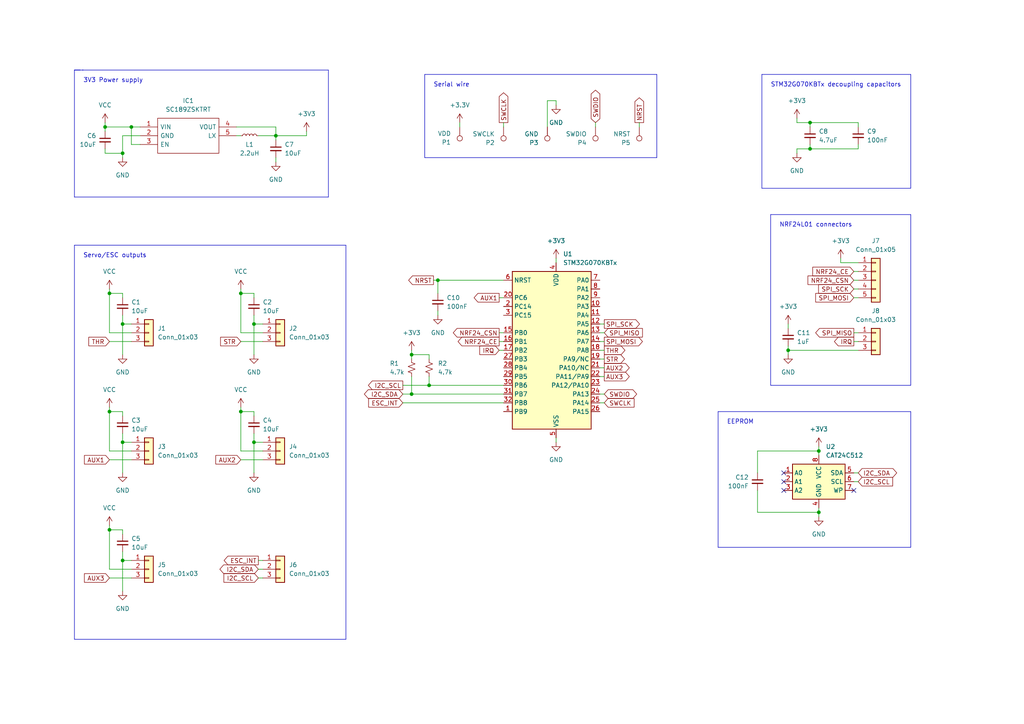
<source format=kicad_sch>
(kicad_sch (version 20211123) (generator eeschema)
  (paper "A4")
  (title_block (title "SurfaceRx") (date "2023-01-12"))
  (lib_symbols
    (symbol "+3V3_1" (power) (pin_names (offset 0))
      (property "Value" "+3V3_1" (at 0 3.556 0))
      (symbol "+3V3_1_0_1"
        (polyline (pts (xy -0.762 1.27) (xy 0 2.54)))
        (polyline (pts (xy 0 0) (xy 0 2.54)))
        (polyline (pts (xy 0 2.54) (xy 0.762 1.27)))
      )
      (symbol "+3V3_1_1_1"
        (pin power_in line (at 0 0 90) (length 0) hide (name "+3V3") (number "1"))
      )
    )
    (symbol "+3V3_2" (power) (pin_names (offset 0))
      (property "Value" "+3V3_2" (at 0 3.556 0))
      (symbol "+3V3_2_0_1"
        (polyline (pts (xy -0.762 1.27) (xy 0 2.54)))
        (polyline (pts (xy 0 0) (xy 0 2.54)))
        (polyline (pts (xy 0 2.54) (xy 0.762 1.27)))
      )
      (symbol "+3V3_2_1_1"
        (pin power_in line (at 0 0 90) (length 0) hide (name "+3V3") (number "1"))
      )
    )
    (symbol "Connector:TestPoint" (pin_numbers hide) (pin_names (offset 0.762) hide)
      (property "Reference" "TP" (at 0 6.858 0))
      (property "Value" "TestPoint" (at 0 5.08 0))
      (symbol "TestPoint_0_1"
        (circle (center 0 3.302) (radius 0.762))
      )
      (symbol "TestPoint_1_1"
        (pin passive line (at 0 0 90) (length 2.54) (name "1") (number "1"))
      )
    )
    (symbol "Connector_Generic:Conn_01x03" (pin_names (offset 1.016) hide)
      (property "Reference" "J" (at 0 5.08 0))
      (property "Value" "Conn_01x03" (at 0 -5.08 0))
      (symbol "Conn_01x03_1_1"
        (rectangle (start -1.27 -2.413) (end 0 -2.667) (stroke (width 0.1524)))
        (rectangle (start -1.27 0.127) (end 0 -0.127) (stroke (width 0.1524)))
        (rectangle (start -1.27 2.667) (end 0 2.413) (stroke (width 0.1524)))
        (rectangle (start -1.27 3.81) (end 1.27 -3.81) (stroke (width 0.254)) (fill (type background)))
        (pin passive line (at -5.08 2.54 0) (length 3.81) (name "Pin_1") (number "1"))
        (pin passive line (at -5.08 0 0) (length 3.81) (name "Pin_2") (number "2"))
        (pin passive line (at -5.08 -2.54 0) (length 3.81) (name "Pin_3") (number "3"))
      )
    )
    (symbol "Connector_Generic:Conn_01x05" (pin_names (offset 1.016) hide)
      (property "Reference" "J" (at 0 7.62 0))
      (property "Value" "Conn_01x05" (at 0 -7.62 0))
      (symbol "Conn_01x05_1_1"
        (rectangle (start -1.27 -4.953) (end 0 -5.207) (stroke (width 0.1524)))
        (rectangle (start -1.27 -2.413) (end 0 -2.667) (stroke (width 0.1524)))
        (rectangle (start -1.27 0.127) (end 0 -0.127) (stroke (width 0.1524)))
        (rectangle (start -1.27 2.667) (end 0 2.413) (stroke (width 0.1524)))
        (rectangle (start -1.27 5.207) (end 0 4.953) (stroke (width 0.1524)))
        (rectangle (start -1.27 6.35) (end 1.27 -6.35) (stroke (width 0.254)) (fill (type background)))
        (pin passive line (at -5.08 5.08 0) (length 3.81) (name "Pin_1") (number "1"))
        (pin passive line (at -5.08 2.54 0) (length 3.81) (name "Pin_2") (number "2"))
        (pin passive line (at -5.08 0 0) (length 3.81) (name "Pin_3") (number "3"))
        (pin passive line (at -5.08 -2.54 0) (length 3.81) (name "Pin_4") (number "4"))
        (pin passive line (at -5.08 -5.08 0) (length 3.81) (name "Pin_5") (number "5"))
      )
    )
    (symbol "Custom_SurfaceRx:CAT24C512"
      (property "Reference" "U" (at -6.35 6.35 0))
      (property "Value" "CAT24C512" (at 1.27 6.35 0))
      (symbol "CAT24C512_1_1"
        (rectangle (start -7.62 5.08) (end 7.62 -5.08) (stroke (width 0.254)) (fill (type background)))
        (pin input line (at -10.16 2.54 0) (length 2.54) (name "A0") (number "1"))
        (pin input line (at -10.16 0 0) (length 2.54) (name "A1") (number "2"))
        (pin input line (at -10.16 -2.54 0) (length 2.54) (name "A2") (number "3"))
        (pin power_in line (at 0 -7.62 90) (length 2.54) (name "GND") (number "4"))
        (pin bidirectional line (at 10.16 2.54 180) (length 2.54) (name "SDA") (number "5"))
        (pin input line (at 10.16 0 180) (length 2.54) (name "SCL") (number "6"))
        (pin input line (at 10.16 -2.54 180) (length 2.54) (name "WP") (number "7"))
        (pin power_in line (at 0 7.62 270) (length 2.54) (name "VCC") (number "8"))
      )
    )
    (symbol "Device:C_Small" (pin_numbers hide) (pin_names (offset 0.254) hide)
      (property "Reference" "C" (at 0.254 1.778 0))
      (property "Value" "C_Small" (at 0.254 -2.032 0))
      (symbol "C_Small_0_1"
        (polyline (pts (xy -1.524 -0.508) (xy 1.524 -0.508)) (stroke (width 0.3302)))
        (polyline (pts (xy -1.524 0.508) (xy 1.524 0.508)) (stroke (width 0.3048)))
      )
      (symbol "C_Small_1_1"
        (pin passive line (at 0 2.54 270) (length 2.032) (name "~") (number "1"))
        (pin passive line (at 0 -2.54 90) (length 2.032) (name "~") (number "2"))
      )
    )
    (symbol "Device:L_Small" (pin_numbers hide) (pin_names (offset 0.254) hide)
      (property "Reference" "L" (at 0.762 1.016 0))
      (property "Value" "L_Small" (at 0.762 -1.016 0))
      (symbol "L_Small_0_1"
        (arc (start 0 -2.032) (mid 0.508 -1.524) (end 0 -1.016))
        (arc (start 0 -1.016) (mid 0.508 -0.508) (end 0 0))
        (arc (start 0 0) (mid 0.508 0.508) (end 0 1.016))
        (arc (start 0 1.016) (mid 0.508 1.524) (end 0 2.032))
      )
      (symbol "L_Small_1_1"
        (pin passive line (at 0 2.54 270) (length 0.508) (name "~") (number "1"))
        (pin passive line (at 0 -2.54 90) (length 0.508) (name "~") (number "2"))
      )
    )
    (symbol "Device:R_Small_US" (pin_numbers hide) (pin_names (offset 0.254) hide)
      (property "Reference" "R" (at 0.762 0.508 0))
      (property "Value" "R_Small_US" (at 0.762 -1.016 0))
      (symbol "R_Small_US_1_1"
        (polyline (pts (xy 0 0) (xy 1.016 -0.381) (xy 0 -0.762) (xy -1.016 -1.143) (xy 0 -1.524)))
        (polyline (pts (xy 0 1.524) (xy 1.016 1.143) (xy 0 0.762) (xy -1.016 0.381) (xy 0 0)))
        (pin passive line (at 0 2.54 270) (length 1.016) (name "~") (number "1"))
        (pin passive line (at 0 -2.54 90) (length 1.016) (name "~") (number "2"))
      )
    )
    (symbol "GND_1" (power) (pin_names (offset 0))
      (property "Value" "GND_1" (at 0 -3.81 0))
      (symbol "GND_1_0_1"
        (polyline (pts (xy 0 0) (xy 0 -1.27) (xy 1.27 -1.27) (xy 0 -2.54) (xy -1.27 -1.27) (xy 0 -1.27)))
      )
      (symbol "GND_1_1_1"
        (pin power_in line (at 0 0 270) (length 0) hide (name "GND") (number "1"))
      )
    )
    (symbol "MCU_ST_STM32G0:STM32G070KBTx"
      (property "Reference" "U" (at -10.16 24.13 0))
      (property "Value" "STM32G070KBTx" (at 5.08 24.13 0))
      (symbol "STM32G070KBTx_0_1"
        (rectangle (start -10.16 -22.86) (end 12.7 22.86) (stroke (width 0.254)) (fill (type background)))
      )
      (symbol "STM32G070KBTx_1_1"
        (pin bidirectional line (at -12.7 -17.78 0) (length 2.54) (name "PB9") (number "1"))
        (pin bidirectional line (at 15.24 12.7 180) (length 2.54) (name "PA3") (number "10"))
        (pin bidirectional line (at 15.24 10.16 180) (length 2.54) (name "PA4") (number "11"))
        (pin bidirectional line (at 15.24 7.62 180) (length 2.54) (name "PA5") (number "12"))
        (pin bidirectional line (at 15.24 5.08 180) (length 2.54) (name "PA6") (number "13"))
        (pin bidirectional line (at 15.24 2.54 180) (length 2.54) (name "PA7") (number "14"))
        (pin bidirectional line (at -12.7 5.08 0) (length 2.54) (name "PB0") (number "15"))
        (pin bidirectional line (at -12.7 2.54 0) (length 2.54) (name "PB1") (number "16"))
        (pin bidirectional line (at -12.7 0 0) (length 2.54) (name "PB2") (number "17"))
        (pin bidirectional line (at 15.24 0 180) (length 2.54) (name "PA8") (number "18"))
        (pin bidirectional line (at 15.24 -2.54 180) (length 2.54) (name "PA9/NC") (number "19"))
        (pin bidirectional line (at -12.7 12.7 0) (length 2.54) (name "PC14") (number "2"))
        (pin bidirectional line (at -12.7 15.24 0) (length 2.54) (name "PC6") (number "20"))
        (pin bidirectional line (at 15.24 -5.08 180) (length 2.54) (name "PA10/NC") (number "21"))
        (pin bidirectional line (at 15.24 -7.62 180) (length 2.54) (name "PA11/PA9") (number "22"))
        (pin bidirectional line (at 15.24 -10.16 180) (length 2.54) (name "PA12/PA10") (number "23"))
        (pin bidirectional line (at 15.24 -12.7 180) (length 2.54) (name "PA13") (number "24"))
        (pin bidirectional line (at 15.24 -15.24 180) (length 2.54) (name "PA14") (number "25"))
        (pin bidirectional line (at 15.24 -17.78 180) (length 2.54) (name "PA15") (number "26"))
        (pin bidirectional line (at -12.7 -2.54 0) (length 2.54) (name "PB3") (number "27"))
        (pin bidirectional line (at -12.7 -5.08 0) (length 2.54) (name "PB4") (number "28"))
        (pin bidirectional line (at -12.7 -7.62 0) (length 2.54) (name "PB5") (number "29"))
        (pin bidirectional line (at -12.7 10.16 0) (length 2.54) (name "PC15") (number "3"))
        (pin bidirectional line (at -12.7 -10.16 0) (length 2.54) (name "PB6") (number "30"))
        (pin bidirectional line (at -12.7 -12.7 0) (length 2.54) (name "PB7") (number "31"))
        (pin bidirectional line (at -12.7 -15.24 0) (length 2.54) (name "PB8") (number "32"))
        (pin power_in line (at 2.54 25.4 270) (length 2.54) (name "VDD") (number "4"))
        (pin power_in line (at 2.54 -25.4 90) (length 2.54) (name "VSS") (number "5"))
        (pin input line (at -12.7 20.32 0) (length 2.54) (name "NRST") (number "6"))
        (pin bidirectional line (at 15.24 20.32 180) (length 2.54) (name "PA0") (number "7"))
        (pin bidirectional line (at 15.24 17.78 180) (length 2.54) (name "PA1") (number "8"))
        (pin bidirectional line (at 15.24 15.24 180) (length 2.54) (name "PA2") (number "9"))
      )
    )
    (symbol "SamacSys_Parts:SC189ZSKTRT" (pin_names (offset 0.762))
      (property "Reference" "IC" (at 24.13 7.62 0))
      (property "Value" "SC189ZSKTRT" (at 24.13 5.08 0))
      (symbol "SC189ZSKTRT_0_0"
        (pin passive line (at 0 0 0) (length 5.08) (name "VIN") (number "1"))
        (pin passive line (at 0 -2.54 0) (length 5.08) (name "GND") (number "2"))
        (pin passive line (at 0 -5.08 0) (length 5.08) (name "EN") (number "3"))
        (pin passive line (at 27.94 0 180) (length 5.08) (name "VOUT") (number "4"))
        (pin passive line (at 27.94 -2.54 180) (length 5.08) (name "LX") (number "5"))
      )
      (symbol "SC189ZSKTRT_0_1"
        (polyline (pts (xy 5.08 2.54) (xy 22.86 2.54) (xy 22.86 -7.62) (xy 5.08 -7.62) (xy 5.08 2.54)) (stroke (width 0.1524)))
      )
    )
    (symbol "power:+3.3V" (power) (pin_names (offset 0))
      (property "Value" "+3.3V" (at 0 3.556 0))
      (symbol "+3.3V_0_1"
        (polyline (pts (xy -0.762 1.27) (xy 0 2.54)))
        (polyline (pts (xy 0 0) (xy 0 2.54)))
        (polyline (pts (xy 0 2.54) (xy 0.762 1.27)))
      )
      (symbol "+3.3V_1_1"
        (pin power_in line (at 0 0 90) (length 0) hide (name "+3.3V") (number "1"))
      )
    )
    (symbol "power:+3V3" (power) (pin_names (offset 0))
      (property "Value" "+3V3" (at 0 3.556 0))
      (symbol "+3V3_0_1"
        (polyline (pts (xy -0.762 1.27) (xy 0 2.54)))
        (polyline (pts (xy 0 0) (xy 0 2.54)))
        (polyline (pts (xy 0 2.54) (xy 0.762 1.27)))
      )
      (symbol "+3V3_1_1"
        (pin power_in line (at 0 0 90) (length 0) hide (name "+3V3") (number "1"))
      )
    )
    (symbol "power:GND" (power) (pin_names (offset 0))
      (property "Value" "GND" (at 0 -3.81 0))
      (symbol "GND_0_1"
        (polyline (pts (xy 0 0) (xy 0 -1.27) (xy 1.27 -1.27) (xy 0 -2.54) (xy -1.27 -1.27) (xy 0 -1.27)))
      )
      (symbol "GND_1_1"
        (pin power_in line (at 0 0 270) (length 0) hide (name "GND") (number "1"))
      )
    )
    (symbol "power:VCC" (power) (pin_names (offset 0))
      (property "Value" "VCC" (at 0 3.81 0))
      (symbol "VCC_0_1"
        (polyline (pts (xy -0.762 1.27) (xy 0 2.54)))
        (polyline (pts (xy 0 0) (xy 0 2.54)))
        (polyline (pts (xy 0 2.54) (xy 0.762 1.27)))
      )
      (symbol "VCC_1_1"
        (pin power_in line (at 0 0 90) (length 0) hide (name "VCC") (number "1"))
      )
    )
  )
  (junction (at 30.48 36.83))
  (junction (at 228.6 101.6))
  (junction (at 124.46 111.76))
  (junction (at 38.1 36.83))
  (junction (at 35.56 128.27))
  (junction (at 31.75 85.09))
  (junction (at 234.95 35.56))
  (junction (at 127 81.28))
  (junction (at 35.56 44.45))
  (junction (at 35.56 93.98))
  (junction (at 73.66 93.98))
  (junction (at 237.49 130.81))
  (junction (at 119.38 102.87))
  (junction (at 73.66 128.27))
  (junction (at 234.95 43.18))
  (junction (at 31.75 119.38))
  (junction (at 35.56 162.56))
  (junction (at 119.38 114.3))
  (junction (at 69.85 85.09))
  (junction (at 31.75 153.67))
  (junction (at 237.49 148.59))
  (junction (at 69.85 119.38))
  (junction (at 80.01 39.37))
  (no_connect (at 227.33 139.7))
  (no_connect (at 227.33 137.16))
  (no_connect (at 227.33 142.24))
  (no_connect (at 247.65 142.24))
  (wire (pts (xy 73.66 125.73) (xy 73.66 128.27)))
  (wire (pts (xy 69.85 133.35) (xy 76.2 133.35)))
  (wire (pts (xy 247.65 96.52) (xy 248.92 96.52)))
  (wire (pts (xy 144.78 101.6) (xy 146.05 101.6)))
  (wire (pts (xy 146.05 35.56) (xy 146.05 36.83)))
  (wire (pts (xy 88.9 38.1) (xy 88.9 39.37)))
  (wire (pts (xy 35.56 125.73) (xy 35.56 128.27)))
  (wire (pts (xy 243.84 74.93) (xy 243.84 76.2)))
  (wire (pts (xy 76.2 130.81) (xy 69.85 130.81)))
  (polyline (pts (xy 21.59 71.12) (xy 21.59 185.42)) (stroke (width 0) (type solid)))
  (polyline (pts (xy 223.52 62.23) (xy 264.16 62.23)) (stroke (width 0) (type solid)))
  (wire (pts (xy 231.14 34.29) (xy 231.14 35.56)))
  (wire (pts (xy 38.1 93.98) (xy 35.56 93.98)))
  (wire (pts (xy 31.75 153.67) (xy 31.75 165.1)))
  (polyline (pts (xy 223.52 111.76) (xy 264.16 111.76)) (stroke (width 0) (type solid)))
  (wire (pts (xy 69.85 119.38) (xy 69.85 130.81)))
  (wire (pts (xy 234.95 35.56) (xy 248.92 35.56)))
  (wire (pts (xy 31.75 152.4) (xy 31.75 153.67)))
  (wire (pts (xy 158.75 29.21) (xy 158.75 36.83)))
  (wire (pts (xy 173.99 109.22) (xy 175.26 109.22)))
  (wire (pts (xy 247.65 99.06) (xy 248.92 99.06)))
  (wire (pts (xy 80.01 36.83) (xy 80.01 39.37)))
  (wire (pts (xy 116.84 111.76) (xy 124.46 111.76)))
  (wire (pts (xy 31.75 118.11) (xy 31.75 119.38)))
  (polyline (pts (xy 100.33 71.12) (xy 100.33 185.42)) (stroke (width 0) (type solid)))
  (wire (pts (xy 35.56 85.09) (xy 31.75 85.09)))
  (wire (pts (xy 185.42 35.56) (xy 185.42 36.83)))
  (wire (pts (xy 231.14 44.45) (xy 231.14 43.18)))
  (wire (pts (xy 173.99 104.14) (xy 175.26 104.14)))
  (wire (pts (xy 144.78 99.06) (xy 146.05 99.06)))
  (wire (pts (xy 228.6 101.6) (xy 248.92 101.6)))
  (wire (pts (xy 144.78 96.52) (xy 146.05 96.52)))
  (wire (pts (xy 73.66 85.09) (xy 69.85 85.09)))
  (polyline (pts (xy 95.25 57.15) (xy 21.59 57.15)) (stroke (width 0) (type solid)))
  (wire (pts (xy 247.65 137.16) (xy 248.92 137.16)))
  (wire (pts (xy 35.56 128.27) (xy 35.56 137.16)))
  (wire (pts (xy 125.73 81.28) (xy 127 81.28)))
  (wire (pts (xy 68.58 39.37) (xy 69.85 39.37)))
  (wire (pts (xy 127 81.28) (xy 146.05 81.28)))
  (polyline (pts (xy 95.25 20.32) (xy 95.25 57.15)) (stroke (width 0) (type solid)))
  (wire (pts (xy 38.1 36.83) (xy 30.48 36.83)))
  (wire (pts (xy 76.2 128.27) (xy 73.66 128.27)))
  (polyline (pts (xy 21.59 57.15) (xy 21.59 20.32)) (stroke (width 0) (type solid)))
  (wire (pts (xy 231.14 43.18) (xy 234.95 43.18)))
  (wire (pts (xy 35.56 154.94) (xy 35.56 153.67)))
  (wire (pts (xy 237.49 148.59) (xy 219.71 148.59)))
  (wire (pts (xy 228.6 101.6) (xy 228.6 102.87)))
  (wire (pts (xy 73.66 120.65) (xy 73.66 119.38)))
  (wire (pts (xy 31.75 83.82) (xy 31.75 85.09)))
  (wire (pts (xy 228.6 93.98) (xy 228.6 95.25)))
  (wire (pts (xy 30.48 35.56) (xy 30.48 36.83)))
  (wire (pts (xy 237.49 130.81) (xy 237.49 132.08)))
  (wire (pts (xy 248.92 41.91) (xy 248.92 43.18)))
  (wire (pts (xy 243.84 76.2) (xy 248.92 76.2)))
  (wire (pts (xy 35.56 162.56) (xy 35.56 171.45)))
  (wire (pts (xy 35.56 160.02) (xy 35.56 162.56)))
  (wire (pts (xy 144.78 86.36) (xy 146.05 86.36)))
  (wire (pts (xy 172.72 35.56) (xy 172.72 36.83)))
  (wire (pts (xy 234.95 43.18) (xy 248.92 43.18)))
  (wire (pts (xy 74.93 167.64) (xy 76.2 167.64)))
  (wire (pts (xy 247.65 139.7) (xy 248.92 139.7)))
  (wire (pts (xy 73.66 91.44) (xy 73.66 93.98)))
  (wire (pts (xy 69.85 118.11) (xy 69.85 119.38)))
  (wire (pts (xy 80.01 39.37) (xy 80.01 40.64)))
  (wire (pts (xy 38.1 130.81) (xy 31.75 130.81)))
  (wire (pts (xy 173.99 101.6) (xy 175.26 101.6)))
  (wire (pts (xy 73.66 119.38) (xy 69.85 119.38)))
  (polyline (pts (xy 264.16 21.59) (xy 264.16 54.61)) (stroke (width 0) (type solid)))
  (wire (pts (xy 35.56 39.37) (xy 35.56 44.45)))
  (polyline (pts (xy 100.33 185.42) (xy 21.59 185.42)) (stroke (width 0) (type solid)))
  (wire (pts (xy 119.38 102.87) (xy 124.46 102.87)))
  (polyline (pts (xy 220.98 21.59) (xy 264.16 21.59)) (stroke (width 0) (type solid)))
  (wire (pts (xy 247.65 78.74) (xy 248.92 78.74)))
  (polyline (pts (xy 190.5 45.72) (xy 123.19 45.72)) (stroke (width 0) (type solid)))
  (wire (pts (xy 74.93 165.1) (xy 76.2 165.1)))
  (polyline (pts (xy 220.98 21.59) (xy 220.98 54.61)) (stroke (width 0) (type solid)))
  (wire (pts (xy 127 81.28) (xy 127 85.09)))
  (wire (pts (xy 219.71 137.16) (xy 219.71 130.81)))
  (wire (pts (xy 247.65 86.36) (xy 248.92 86.36)))
  (wire (pts (xy 35.56 153.67) (xy 31.75 153.67)))
  (wire (pts (xy 173.99 114.3) (xy 175.26 114.3)))
  (wire (pts (xy 35.56 119.38) (xy 31.75 119.38)))
  (polyline (pts (xy 208.28 158.75) (xy 208.28 119.38)) (stroke (width 0) (type solid)))
  (polyline (pts (xy 264.16 158.75) (xy 208.28 158.75)) (stroke (width 0) (type solid)))
  (wire (pts (xy 31.75 167.64) (xy 38.1 167.64)))
  (wire (pts (xy 234.95 35.56) (xy 234.95 36.83)))
  (wire (pts (xy 161.29 74.93) (xy 161.29 76.2)))
  (wire (pts (xy 173.99 116.84) (xy 175.26 116.84)))
  (wire (pts (xy 76.2 93.98) (xy 73.66 93.98)))
  (polyline (pts (xy 264.16 119.38) (xy 264.16 158.75)) (stroke (width 0) (type solid)))
  (wire (pts (xy 80.01 45.72) (xy 80.01 46.99)))
  (wire (pts (xy 173.99 93.98) (xy 175.26 93.98)))
  (wire (pts (xy 158.75 29.21) (xy 161.29 29.21)))
  (wire (pts (xy 38.1 162.56) (xy 35.56 162.56)))
  (wire (pts (xy 40.64 36.83) (xy 38.1 36.83)))
  (wire (pts (xy 248.92 35.56) (xy 248.92 36.83)))
  (wire (pts (xy 31.75 133.35) (xy 38.1 133.35)))
  (wire (pts (xy 173.99 99.06) (xy 175.26 99.06)))
  (wire (pts (xy 35.56 45.72) (xy 35.56 44.45)))
  (wire (pts (xy 69.85 96.52) (xy 76.2 96.52)))
  (wire (pts (xy 161.29 29.21) (xy 161.29 30.48)))
  (polyline (pts (xy 264.16 62.23) (xy 264.16 111.76)) (stroke (width 0) (type solid)))
  (wire (pts (xy 228.6 100.33) (xy 228.6 101.6)))
  (wire (pts (xy 247.65 81.28) (xy 248.92 81.28)))
  (wire (pts (xy 35.56 93.98) (xy 35.56 102.87)))
  (wire (pts (xy 31.75 85.09) (xy 31.75 96.52)))
  (wire (pts (xy 30.48 43.18) (xy 30.48 44.45)))
  (wire (pts (xy 30.48 36.83) (xy 30.48 38.1)))
  (wire (pts (xy 127 90.17) (xy 127 91.44)))
  (wire (pts (xy 73.66 93.98) (xy 73.66 102.87)))
  (wire (pts (xy 69.85 85.09) (xy 69.85 96.52)))
  (wire (pts (xy 219.71 148.59) (xy 219.71 142.24)))
  (wire (pts (xy 69.85 99.06) (xy 76.2 99.06)))
  (wire (pts (xy 40.64 41.91) (xy 38.1 41.91)))
  (wire (pts (xy 161.29 127) (xy 161.29 128.27)))
  (wire (pts (xy 234.95 41.91) (xy 234.95 43.18)))
  (wire (pts (xy 173.99 96.52) (xy 175.26 96.52)))
  (wire (pts (xy 124.46 102.87) (xy 124.46 104.14)))
  (polyline (pts (xy 21.59 71.12) (xy 100.33 71.12)) (stroke (width 0) (type solid)))
  (wire (pts (xy 73.66 128.27) (xy 73.66 137.16)))
  (polyline (pts (xy 208.28 119.38) (xy 264.16 119.38)) (stroke (width 0) (type solid)))
  (polyline (pts (xy 123.19 21.59) (xy 123.19 45.72)) (stroke (width 0) (type solid)))
  (wire (pts (xy 38.1 165.1) (xy 31.75 165.1)))
  (wire (pts (xy 35.56 86.36) (xy 35.56 85.09)))
  (polyline (pts (xy 190.5 21.59) (xy 190.5 45.72)) (stroke (width 0) (type solid)))
  (wire (pts (xy 119.38 114.3) (xy 146.05 114.3)))
  (polyline (pts (xy 21.59 20.32) (xy 24.13 20.32)))
  (wire (pts (xy 38.1 96.52) (xy 31.75 96.52)))
  (wire (pts (xy 31.75 119.38) (xy 31.75 130.81)))
  (polyline (pts (xy 223.52 62.23) (xy 223.52 111.76)) (stroke (width 0) (type solid)))
  (wire (pts (xy 38.1 128.27) (xy 35.56 128.27)))
  (wire (pts (xy 119.38 101.6) (xy 119.38 102.87)))
  (wire (pts (xy 119.38 114.3) (xy 119.38 109.22)))
  (wire (pts (xy 237.49 148.59) (xy 237.49 149.86)))
  (wire (pts (xy 237.49 147.32) (xy 237.49 148.59)))
  (wire (pts (xy 74.93 162.56) (xy 76.2 162.56)))
  (wire (pts (xy 237.49 129.54) (xy 237.49 130.81)))
  (wire (pts (xy 124.46 111.76) (xy 146.05 111.76)))
  (wire (pts (xy 74.93 39.37) (xy 80.01 39.37)))
  (wire (pts (xy 35.56 39.37) (xy 40.64 39.37)))
  (wire (pts (xy 80.01 39.37) (xy 88.9 39.37)))
  (wire (pts (xy 69.85 83.82) (xy 69.85 85.09)))
  (polyline (pts (xy 264.16 54.61) (xy 220.98 54.61)) (stroke (width 0) (type solid)))
  (wire (pts (xy 116.84 116.84) (xy 146.05 116.84)))
  (wire (pts (xy 31.75 99.06) (xy 38.1 99.06)))
  (wire (pts (xy 231.14 35.56) (xy 234.95 35.56)))
  (wire (pts (xy 35.56 91.44) (xy 35.56 93.98)))
  (wire (pts (xy 133.35 35.56) (xy 133.35 36.83)))
  (wire (pts (xy 119.38 102.87) (xy 119.38 104.14)))
  (wire (pts (xy 219.71 130.81) (xy 237.49 130.81)))
  (wire (pts (xy 73.66 86.36) (xy 73.66 85.09)))
  (wire (pts (xy 116.84 114.3) (xy 119.38 114.3)))
  (polyline (pts (xy 123.19 21.59) (xy 190.5 21.59)) (stroke (width 0) (type solid)))
  (wire (pts (xy 173.99 106.68) (xy 175.26 106.68)))
  (wire (pts (xy 68.58 36.83) (xy 80.01 36.83)))
  (polyline (pts (xy 21.59 20.32) (xy 95.25 20.32)) (stroke (width 0) (type solid)))
  (wire (pts (xy 38.1 41.91) (xy 38.1 36.83)))
  (wire (pts (xy 30.48 44.45) (xy 35.56 44.45)))
  (wire (pts (xy 124.46 111.76) (xy 124.46 109.22)))
  (wire (pts (xy 247.65 83.82) (xy 248.92 83.82)))
  (wire (pts (xy 35.56 120.65) (xy 35.56 119.38)))
  (text "STM32G070KBTx decoupling capacitors" (at 223.52 25.4 0) (effects (font (size 1.27 1.27)) (justify left bottom)))
  (text "Servo/ESC outputs" (at 24.13 74.93 0) (effects (font (size 1.27 1.27)) (justify left bottom)))
  (text "EEPROM" (at 210.82 123.19 0) (effects (font (size 1.27 1.27)) (justify left bottom)))
  (text "3V3 Power supply" (at 24.13 24.13 0) (effects (font (size 1.27 1.27)) (justify left bottom)))
  (text "Serial wire" (at 125.73 25.4 0) (effects (font (size 1.27 1.27)) (justify left bottom)))
  (text "NRF24L01 connectors" (at 226.06 66.04 0) (effects (font (size 1.27 1.27)) (justify left bottom)))
  (global_label "AUX1" (shape output) (at 144.78 86.36 180) (property "Intersheet References" "${INTERSHEET_REFS}" (effects hide)))
  (global_label "AUX3" (shape input) (at 31.75 167.64 180) (property "Intersheet References" "${INTERSHEET_REFS}" (effects hide)))
  (global_label "IRQ" (shape output) (at 247.65 99.06 180) (property "Intersheet References" "${INTERSHEET_REFS}" (effects hide)))
  (global_label "SWDIO" (shape bidirectional) (at 175.26 114.3 0) (property "Intersheet References" "${INTERSHEET_REFS}" (effects hide)))
  (global_label "NRF24_CE" (shape input) (at 247.65 78.74 180) (property "Intersheet References" "${INTERSHEET_REFS}" (effects hide)))
  (global_label "NRF24_CE" (shape output) (at 144.78 99.06 180) (property "Intersheet References" "${INTERSHEET_REFS}" (effects hide)))
  (global_label "AUX1" (shape input) (at 31.75 133.35 180) (property "Intersheet References" "${INTERSHEET_REFS}" (effects hide)))
  (global_label "SWDIO" (shape bidirectional) (at 172.72 35.56 90) (property "Intersheet References" "${INTERSHEET_REFS}" (effects hide)))
  (global_label "SPI_MOSI" (shape input) (at 247.65 86.36 180) (property "Intersheet References" "${INTERSHEET_REFS}" (effects hide)))
  (global_label "THR" (shape input) (at 31.75 99.06 180) (property "Intersheet References" "${INTERSHEET_REFS}" (effects hide)))
  (global_label "AUX2" (shape input) (at 69.85 133.35 180) (property "Intersheet References" "${INTERSHEET_REFS}" (effects hide)))
  (global_label "I2C_SDA" (shape bidirectional) (at 248.92 137.16 0) (property "Intersheet References" "${INTERSHEET_REFS}" (effects hide)))
  (global_label "AUX2" (shape output) (at 175.26 106.68 0) (property "Intersheet References" "${INTERSHEET_REFS}" (effects hide)))
  (global_label "SPI_MISO" (shape input) (at 175.26 96.52 0) (property "Intersheet References" "${INTERSHEET_REFS}" (effects hide)))
  (global_label "THR" (shape output) (at 175.26 101.6 0) (property "Intersheet References" "${INTERSHEET_REFS}" (effects hide)))
  (global_label "SPI_MISO" (shape output) (at 247.65 96.52 180) (property "Intersheet References" "${INTERSHEET_REFS}" (effects hide)))
  (global_label "NRST" (shape output) (at 185.42 35.56 90) (property "Intersheet References" "${INTERSHEET_REFS}" (effects hide)))
  (global_label "AUX3" (shape output) (at 175.26 109.22 0) (property "Intersheet References" "${INTERSHEET_REFS}" (effects hide)))
  (global_label "STR" (shape output) (at 175.26 104.14 0) (property "Intersheet References" "${INTERSHEET_REFS}" (effects hide)))
  (global_label "I2C_SCL" (shape input) (at 248.92 139.7 0) (property "Intersheet References" "${INTERSHEET_REFS}" (effects hide)))
  (global_label "ESC_INT" (shape output) (at 74.93 162.56 180) (property "Intersheet References" "${INTERSHEET_REFS}" (effects hide)))
  (global_label "IRQ" (shape input) (at 144.78 101.6 180) (property "Intersheet References" "${INTERSHEET_REFS}" (effects hide)))
  (global_label "ESC_INT" (shape input) (at 116.84 116.84 180) (property "Intersheet References" "${INTERSHEET_REFS}" (effects hide)))
  (global_label "I2C_SCL" (shape input) (at 74.93 167.64 180) (property "Intersheet References" "${INTERSHEET_REFS}" (effects hide)))
  (global_label "I2C_SCL" (shape output) (at 116.84 111.76 180) (property "Intersheet References" "${INTERSHEET_REFS}" (effects hide)))
  (global_label "NRF24_CSN" (shape output) (at 144.78 96.52 180) (property "Intersheet References" "${INTERSHEET_REFS}" (effects hide)))
  (global_label "SPI_SCK" (shape input) (at 247.65 83.82 180) (property "Intersheet References" "${INTERSHEET_REFS}" (effects hide)))
  (global_label "I2C_SDA" (shape bidirectional) (at 116.84 114.3 180) (property "Intersheet References" "${INTERSHEET_REFS}" (effects hide)))
  (global_label "I2C_SDA" (shape bidirectional) (at 74.93 165.1 180) (property "Intersheet References" "${INTERSHEET_REFS}" (effects hide)))
  (global_label "SWCLK" (shape input) (at 175.26 116.84 0) (property "Intersheet References" "${INTERSHEET_REFS}" (effects hide)))
  (global_label "SPI_SCK" (shape output) (at 175.26 93.98 0) (property "Intersheet References" "${INTERSHEET_REFS}" (effects hide)))
  (global_label "NRF24_CSN" (shape input) (at 247.65 81.28 180) (property "Intersheet References" "${INTERSHEET_REFS}" (effects hide)))
  (global_label "SWCLK" (shape output) (at 146.05 35.56 90) (property "Intersheet References" "${INTERSHEET_REFS}" (effects hide)))
  (global_label "STR" (shape input) (at 69.85 99.06 180) (property "Intersheet References" "${INTERSHEET_REFS}" (effects hide)))
  (global_label "NRST" (shape output) (at 125.73 81.28 180) (property "Intersheet References" "${INTERSHEET_REFS}" (effects hide)))
  (global_label "SPI_MOSI" (shape output) (at 175.26 99.06 0) (property "Intersheet References" "${INTERSHEET_REFS}" (effects hide)))
  (symbol (lib_id "Device:C_Small") (at 35.56 123.19 0) (unit 1)
    (property "Reference" "C3" (at 38.1 121.9262 0) (effects (justify left)))
    (property "Value" "10uF" (at 38.1 124.4662 0) (effects (justify left)))
    (property "Footprint" "Capacitor_SMD:C_0603_1608Metric" (effects hide))
  )
  (symbol (lib_id "power:GND") (at 73.66 137.16 0) (unit 1)
    (property "Reference" "#PWR08" (effects hide))
    (property "Value" "GND" (at 73.66 142.24 0))
  )
  (symbol (lib_id "Connector:TestPoint") (at 185.42 36.83 180) (unit 1)
    (property "Reference" "P5" (at 182.88 41.4021 0) (effects (justify left)))
    (property "Value" "NRST" (at 182.88 38.8621 0) (effects (justify left)))
    (property "Footprint" "TestPoint:TestPoint_Pad_D1.5mm" (effects hide))
  )
  (symbol (lib_id "power:VCC") (at 31.75 118.11 0) (unit 1)
    (property "Reference" "#PWR05" (effects hide))
    (property "Value" "VCC" (at 31.75 113.03 0))
  )
  (symbol (lib_id "power:GND") (at 127 91.44 0) (unit 1)
    (property "Reference" "#PWR018" (effects hide))
    (property "Value" "GND" (at 127 96.52 0))
  )
  (symbol (lib_id "Connector:TestPoint") (at 146.05 36.83 180) (unit 1)
    (property "Reference" "P2" (at 143.51 41.4021 0) (effects (justify left)))
    (property "Value" "SWCLK" (at 143.51 38.8621 0) (effects (justify left)))
    (property "Footprint" "TestPoint:TestPoint_Pad_D1.5mm" (effects hide))
  )
  (symbol (lib_id "Connector_Generic:Conn_01x03") (at 81.28 165.1 0) (unit 1)
    (property "Reference" "J6" (at 83.82 163.8299 0) (effects (justify left)))
    (property "Value" "Conn_01x03" (at 83.82 166.3699 0) (effects (justify left)))
    (property "Footprint" "Custom_SurfaceRx:JST-SH_3_Top" (effects hide))
  )
  (symbol (lib_id "Connector:TestPoint") (at 158.75 36.83 180) (unit 1)
    (property "Reference" "P3" (at 156.21 41.4021 0) (effects (justify left)))
    (property "Value" "GND" (at 156.21 38.8621 0) (effects (justify left)))
    (property "Footprint" "TestPoint:TestPoint_Pad_D1.5mm" (effects hide))
  )
  (symbol (lib_id "power:GND") (at 73.66 102.87 0) (unit 1)
    (property "Reference" "#PWR04" (effects hide))
    (property "Value" "GND" (at 73.66 107.95 0))
  )
  (symbol (lib_id "Connector_Generic:Conn_01x03") (at 43.18 165.1 0) (unit 1)
    (property "Reference" "J5" (at 45.72 163.8299 0) (effects (justify left)))
    (property "Value" "Conn_01x03" (at 45.72 166.3699 0) (effects (justify left)))
    (property "Footprint" "Connector_PinHeader_2.54mm:PinHeader_1x03_P2.54mm_Vertical" (effects hide))
  )
  (symbol (lib_id "Device:C_Small") (at 219.71 139.7 0) (mirror y) (unit 1)
    (property "Reference" "C12" (at 217.17 138.4362 0) (effects (justify left)))
    (property "Value" "100nF" (at 217.17 140.9762 0) (effects (justify left)))
    (property "Footprint" "Capacitor_SMD:C_0603_1608Metric" (effects hide))
  )
  (symbol (lib_id "Connector:TestPoint") (at 133.35 36.83 0) (mirror x) (unit 1)
    (property "Reference" "P1" (at 130.81 41.275 0) (effects (justify right)))
    (property "Value" "VDD" (at 130.81 38.735 0) (effects (justify right)))
    (property "Footprint" "TestPoint:TestPoint_Pad_D1.5mm" (effects hide))
  )
  (symbol (lib_id "Device:C_Small") (at 80.01 43.18 0) (unit 1)
    (property "Reference" "C7" (at 82.55 41.9162 0) (effects (justify left)))
    (property "Value" "10uF" (at 82.55 44.4562 0) (effects (justify left)))
    (property "Footprint" "Capacitor_SMD:C_0603_1608Metric" (effects hide))
  )
  (symbol (lib_id "power:GND") (at 231.14 44.45 0) (unit 1)
    (property "Reference" "#PWR016" (effects hide))
    (property "Value" "GND" (at 231.14 49.53 0))
  )
  (symbol (lib_id "Device:C_Small") (at 234.95 39.37 0) (unit 1)
    (property "Reference" "C8" (at 237.49 38.1062 0) (effects (justify left)))
    (property "Value" "4.7uF" (at 237.49 40.6462 0) (effects (justify left)))
    (property "Footprint" "Capacitor_SMD:C_0603_1608Metric" (effects hide))
  )
  (symbol (lib_id "Device:L_Small") (at 72.39 39.37 90) (unit 1)
    (property "Reference" "L1" (at 72.39 41.91 90))
    (property "Value" "2.2uH" (at 72.39 44.45 90))
    (property "Footprint" "Custom_SurfaceRx:L-3.0x3.0mm" (effects hide))
    (property "Part #" "VLS3015CX-2R2M-H" (effects hide))
  )
  (symbol (lib_id "Device:C_Small") (at 30.48 40.64 0) (unit 1)
    (property "Reference" "C6" (at 27.94 39.3762 0) (effects (justify right)))
    (property "Value" "10uF" (at 27.94 41.9162 0) (effects (justify right)))
    (property "Footprint" "Capacitor_SMD:C_0603_1608Metric" (effects hide))
  )
  (symbol (lib_id "power:+3V3") (at 228.6 93.98 0) (unit 1)
    (property "Reference" "#PWR022" (effects hide))
    (property "Value" "+3V3" (at 228.6 88.9 0))
  )
  (symbol (lib_id "power:GND") (at 161.29 128.27 0) (unit 1)
    (property "Reference" "#PWR020" (effects hide))
    (property "Value" "GND" (at 161.29 133.35 0))
  )
  (symbol (lib_id "power:GND") (at 80.01 46.99 0) (unit 1)
    (property "Reference" "#PWR014" (effects hide))
    (property "Value" "GND" (at 80.01 52.07 0))
  )
  (symbol (lib_name "+3V3_2") (lib_id "power:+3V3") (at 237.49 129.54 0) (unit 1)
    (property "Reference" "#PWR026" (effects hide))
    (property "Value" "+3V3" (at 237.49 124.46 0))
  )
  (symbol (lib_id "power:GND") (at 35.56 45.72 0) (unit 1)
    (property "Reference" "#PWR013" (effects hide))
    (property "Value" "GND" (at 35.56 50.8 0))
  )
  (symbol (lib_id "Device:R_Small_US") (at 119.38 106.68 0) (unit 1)
    (property "Reference" "R1" (at 113.03 105.41 0) (effects (justify left)))
    (property "Value" "4.7k" (at 113.03 107.95 0) (effects (justify left)))
    (property "Footprint" "Resistor_SMD:R_0603_1608Metric" (effects hide))
  )
  (symbol (lib_id "Device:R_Small_US") (at 124.46 106.68 0) (unit 1)
    (property "Reference" "R2" (at 127 105.4099 0) (effects (justify left)))
    (property "Value" "4.7k" (at 127 107.9499 0) (effects (justify left)))
    (property "Footprint" "Resistor_SMD:R_0603_1608Metric" (effects hide))
  )
  (symbol (lib_id "MCU_ST_STM32G0:STM32G070KBTx") (at 158.75 101.6 0) (unit 1)
    (property "Reference" "U1" (at 163.3094 73.66 0) (effects (justify left)))
    (property "Value" "STM32G070KBTx" (at 163.3094 76.2 0) (effects (justify left)))
    (property "Footprint" "Package_QFP:LQFP-32_7x7mm_P0.8mm" (effects hide))
    (property "Datasheet" "https://www.st.com/resource/en/datasheet/stm32g070kb.pdf" (effects hide))
  )
  (symbol (lib_id "power:+3V3") (at 243.84 74.93 0) (unit 1)
    (property "Reference" "#PWR021" (effects hide))
    (property "Value" "+3V3" (at 243.84 69.85 0))
  )
  (symbol (lib_id "Connector:TestPoint") (at 172.72 36.83 180) (unit 1)
    (property "Reference" "P4" (at 170.18 41.4021 0) (effects (justify left)))
    (property "Value" "SWDIO" (at 170.18 38.8621 0) (effects (justify left)))
    (property "Footprint" "TestPoint:TestPoint_Pad_D1.5mm" (effects hide))
  )
  (symbol (lib_id "Connector_Generic:Conn_01x03") (at 81.28 130.81 0) (unit 1)
    (property "Reference" "J4" (at 83.82 129.5399 0) (effects (justify left)))
    (property "Value" "Conn_01x03" (at 83.82 132.0799 0) (effects (justify left)))
    (property "Footprint" "Connector_PinHeader_2.54mm:PinHeader_1x03_P2.54mm_Vertical" (effects hide))
  )
  (symbol (lib_id "Connector_Generic:Conn_01x03") (at 43.18 96.52 0) (unit 1)
    (property "Reference" "J1" (at 45.72 95.2499 0) (effects (justify left)))
    (property "Value" "Conn_01x03" (at 45.72 97.7899 0) (effects (justify left)))
    (property "Footprint" "Connector_PinHeader_2.54mm:PinHeader_1x03_P2.54mm_Vertical" (effects hide))
  )
  (symbol (lib_id "power:VCC") (at 31.75 83.82 0) (unit 1)
    (property "Reference" "#PWR01" (effects hide))
    (property "Value" "VCC" (at 31.75 78.74 0))
  )
  (symbol (lib_name "+3V3_1") (lib_id "power:+3V3") (at 119.38 101.6 0) (unit 1)
    (property "Reference" "#PWR019" (effects hide))
    (property "Value" "+3V3" (at 119.38 96.52 0))
  )
  (symbol (lib_id "power:+3V3") (at 161.29 74.93 0) (unit 1)
    (property "Reference" "#PWR017" (effects hide))
    (property "Value" "+3V3" (at 161.29 69.85 0))
  )
  (symbol (lib_id "Connector_Generic:Conn_01x03") (at 43.18 130.81 0) (unit 1)
    (property "Reference" "J3" (at 45.72 129.5399 0) (effects (justify left)))
    (property "Value" "Conn_01x03" (at 45.72 132.0799 0) (effects (justify left)))
    (property "Footprint" "Connector_PinHeader_2.54mm:PinHeader_1x03_P2.54mm_Vertical" (effects hide))
  )
  (symbol (lib_id "power:GND") (at 35.56 171.45 0) (unit 1)
    (property "Reference" "#PWR010" (effects hide))
    (property "Value" "GND" (at 35.56 176.53 0))
  )
  (symbol (lib_id "power:GND") (at 161.29 30.48 0) (unit 1)
    (property "Reference" "#PWR024" (effects hide))
    (property "Value" "GND" (at 161.29 35.56 0))
  )
  (symbol (lib_id "Device:C_Small") (at 228.6 97.79 0) (unit 1)
    (property "Reference" "C11" (at 231.14 96.5262 0) (effects (justify left)))
    (property "Value" "1uF" (at 231.14 99.0662 0) (effects (justify left)))
    (property "Footprint" "Capacitor_SMD:C_0603_1608Metric" (effects hide))
  )
  (symbol (lib_id "Device:C_Small") (at 73.66 123.19 0) (unit 1)
    (property "Reference" "C4" (at 76.2 121.9262 0) (effects (justify left)))
    (property "Value" "10uF" (at 76.2 124.4662 0) (effects (justify left)))
    (property "Footprint" "Capacitor_SMD:C_0603_1608Metric" (effects hide))
  )
  (symbol (lib_id "Connector_Generic:Conn_01x05") (at 254 81.28 0) (unit 1)
    (property "Reference" "J7" (at 254 69.85 0))
    (property "Value" "Conn_01x05" (at 254 72.39 0))
    (property "Footprint" "Connector_PinHeader_2.54mm:PinHeader_1x05_P2.54mm_Vertical" (effects hide))
  )
  (symbol (lib_id "Connector_Generic:Conn_01x03") (at 254 99.06 0) (unit 1)
    (property "Reference" "J8" (at 254 90.17 0))
    (property "Value" "Conn_01x03" (at 254 92.71 0))
    (property "Footprint" "Connector_PinHeader_2.54mm:PinHeader_1x03_P2.54mm_Vertical" (effects hide))
  )
  (symbol (lib_id "power:VCC") (at 30.48 35.56 0) (unit 1)
    (property "Reference" "#PWR011" (effects hide))
    (property "Value" "VCC" (at 30.48 30.48 0))
  )
  (symbol (lib_id "power:+3.3V") (at 133.35 35.56 0) (unit 1)
    (property "Reference" "#PWR025" (effects hide))
    (property "Value" "+3.3V" (at 133.35 30.48 0))
  )
  (symbol (lib_id "SamacSys_Parts:SC189ZSKTRT") (at 40.64 36.83 0) (unit 1)
    (property "Reference" "IC1" (at 54.61 29.21 0))
    (property "Value" "SC189ZSKTRT" (at 54.61 31.75 0))
    (property "Footprint" "SamacSys_Parts:SOT95P280X145-5N" (effects hide))
    (property "Datasheet" "https://datasheet.datasheetarchive.com/originals/distributors/Datasheets-DGA14/1272982.pdf" (effects hide))
    (property "Description" "Switching Voltage Regulators 2.5MHz-1.5A SYNC STEP DOWN REG" (effects hide))
    (property "Height" "1.45" (effects hide))
    (property "Mouser Part Number" "947-SC189ZSKTRT" (effects hide))
    (property "Mouser Price/Stock" "https://www.mouser.co.uk/ProductDetail/Semtech/SC189ZSKTRT?qs=rBWM4%252BvDhIck0D%2FgoUNMIQ%3D%3D" (effects hide))
    (property "Manufacturer_Name" "SEMTECH" (effects hide))
    (property "Manufacturer_Part_Number" "SC189ZSKTRT" (effects hide))
  )
  (symbol (lib_id "Device:C_Small") (at 35.56 88.9 0) (unit 1)
    (property "Reference" "C1" (at 38.1 87.6362 0) (effects (justify left)))
    (property "Value" "10uF" (at 38.1 90.1762 0) (effects (justify left)))
    (property "Footprint" "Capacitor_SMD:C_0603_1608Metric" (effects hide))
  )
  (symbol (lib_id "power:VCC") (at 69.85 118.11 0) (unit 1)
    (property "Reference" "#PWR06" (effects hide))
    (property "Value" "VCC" (at 69.85 113.03 0))
  )
  (symbol (lib_id "Device:C_Small") (at 248.92 39.37 0) (unit 1)
    (property "Reference" "C9" (at 251.46 38.1062 0) (effects (justify left)))
    (property "Value" "100nF" (at 251.46 40.6462 0) (effects (justify left)))
    (property "Footprint" "Capacitor_SMD:C_0603_1608Metric" (effects hide))
  )
  (symbol (lib_id "power:VCC") (at 31.75 152.4 0) (unit 1)
    (property "Reference" "#PWR09" (effects hide))
    (property "Value" "VCC" (at 31.75 147.32 0))
  )
  (symbol (lib_id "Custom_SurfaceRx:CAT24C512") (at 237.49 139.7 0) (unit 1)
    (property "Reference" "U2" (at 239.5094 129.54 0) (effects (justify left)))
    (property "Value" "CAT24C512" (at 239.5094 132.08 0) (effects (justify left)))
    (property "Footprint" "Package_SO:TSSOP-8_4.4x3mm_P0.65mm" (effects hide))
    (property "Datasheet" "https://www.onsemi.cn/PowerSolutions/document/CAT24C512-D.PDF" (effects hide))
  )
  (symbol (lib_id "power:GND") (at 35.56 102.87 0) (unit 1)
    (property "Reference" "#PWR03" (effects hide))
    (property "Value" "GND" (at 35.56 107.95 0))
  )
  (symbol (lib_id "Connector_Generic:Conn_01x03") (at 81.28 96.52 0) (unit 1)
    (property "Reference" "J2" (at 83.82 95.2499 0) (effects (justify left)))
    (property "Value" "Conn_01x03" (at 83.82 97.7899 0) (effects (justify left)))
    (property "Footprint" "Connector_PinHeader_2.54mm:PinHeader_1x03_P2.54mm_Vertical" (effects hide))
  )
  (symbol (lib_id "power:VCC") (at 69.85 83.82 0) (unit 1)
    (property "Reference" "#PWR02" (effects hide))
    (property "Value" "VCC" (at 69.85 78.74 0))
  )
  (symbol (lib_name "GND_1") (lib_id "power:GND") (at 237.49 149.86 0) (unit 1)
    (property "Reference" "#PWR027" (effects hide))
    (property "Value" "GND" (at 237.49 154.94 0))
  )
  (symbol (lib_id "power:+3V3") (at 231.14 34.29 0) (unit 1)
    (property "Reference" "#PWR015" (effects hide))
    (property "Value" "+3V3" (at 231.14 29.21 0))
  )
  (symbol (lib_id "Device:C_Small") (at 35.56 157.48 0) (unit 1)
    (property "Reference" "C5" (at 38.1 156.2162 0) (effects (justify left)))
    (property "Value" "10uF" (at 38.1 158.7562 0) (effects (justify left)))
    (property "Footprint" "Capacitor_SMD:C_0603_1608Metric" (effects hide))
  )
  (symbol (lib_id "power:GND") (at 228.6 102.87 0) (unit 1)
    (property "Reference" "#PWR023" (effects hide))
    (property "Value" "GND" (at 228.6 107.95 0))
  )
  (symbol (lib_id "Device:C_Small") (at 73.66 88.9 0) (unit 1)
    (property "Reference" "C2" (at 76.2 87.6362 0) (effects (justify left)))
    (property "Value" "10uF" (at 76.2 90.1762 0) (effects (justify left)))
    (property "Footprint" "Capacitor_SMD:C_0603_1608Metric" (effects hide))
  )
  (symbol (lib_id "power:GND") (at 35.56 137.16 0) (unit 1)
    (property "Reference" "#PWR07" (effects hide))
    (property "Value" "GND" (at 35.56 142.24 0))
  )
  (symbol (lib_id "Device:C_Small") (at 127 87.63 0) (unit 1)
    (property "Reference" "C10" (at 129.54 86.3662 0) (effects (justify left)))
    (property "Value" "100nF" (at 129.54 88.9062 0) (effects (justify left)))
    (property "Footprint" "Capacitor_SMD:C_0603_1608Metric" (effects hide))
  )
  (symbol (lib_id "power:+3V3") (at 88.9 38.1 0) (unit 1)
    (property "Reference" "#PWR012" (effects hide))
    (property "Value" "+3V3" (at 88.9 33.02 0))
  )
)
</source>
